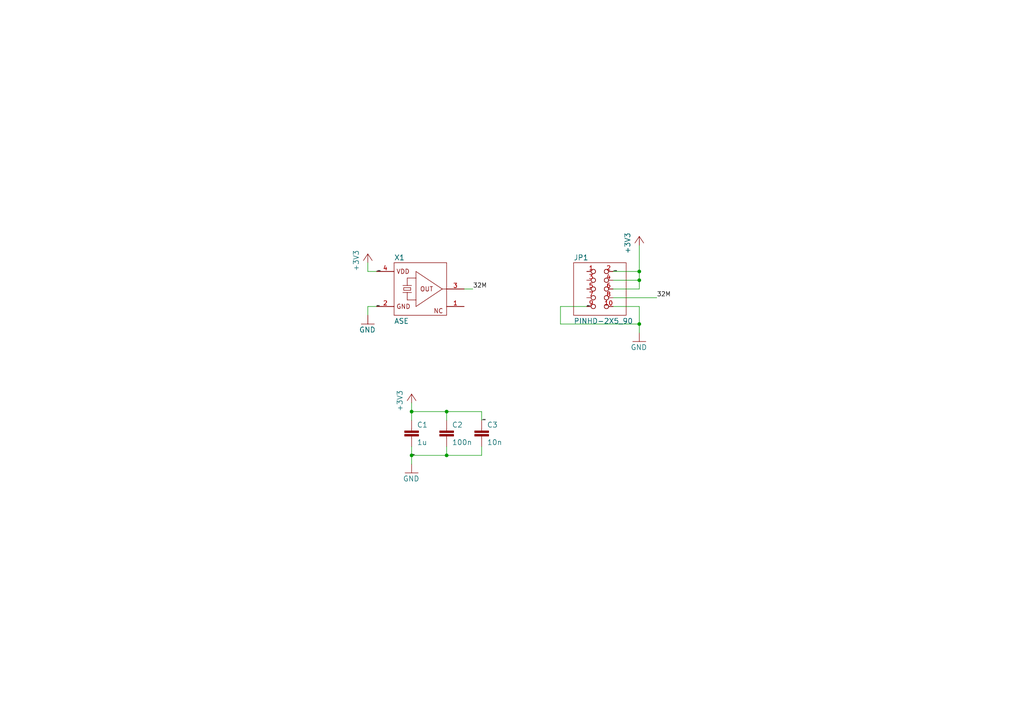
<source format=kicad_sch>
(kicad_sch (version 20230121) (generator eeschema)
  (paper "A4")
  (lib_symbols
    (symbol "ref_board-eagle-import:+3V3" (power) (pin_names (offset 1.016))
      (property "Value" "+3V3" (at -2.54 -5.08 90))
      (symbol "+3V3_1_0"
        (polyline (pts (xy 0 0) (xy -1.27 -1.905)))
        (polyline (pts (xy 1.27 -1.905) (xy 0 0)))
        (pin power_in line (at 0 -2.54 90) (length 2.54) (name "+3V3") (number "1"))
      )
    )
    (symbol "ref_board-eagle-import:ASE" (pin_names (offset 1.016))
      (property "Reference" "X" (at -7.62 8.255 0))
      (property "Value" "ASE" (at -7.62 -10.16 0))
      (symbol "ASE_1_0"
        (polyline (pts (xy -7.62 7.62) (xy -7.62 -7.62)))
        (polyline (pts (xy -7.62 7.62) (xy 7.62 7.62)))
        (polyline (pts (xy -5.08 -1.016) (xy -3.81 -1.016)))
        (polyline (pts (xy -5.08 1.016) (xy -2.54 1.016)))
        (polyline (pts (xy -4.826 -0.381) (xy -4.826 0.381)))
        (polyline (pts (xy -4.826 -0.381) (xy -2.794 -0.381)))
        (polyline (pts (xy -4.826 0.381) (xy -2.794 0.381)))
        (polyline (pts (xy -3.81 -3.175) (xy -3.81 -1.016)))
        (polyline (pts (xy -3.81 -3.175) (xy -1.27 -3.175)))
        (polyline (pts (xy -3.81 -1.016) (xy -2.54 -1.016)))
        (polyline (pts (xy -3.81 1.016) (xy -3.81 3.175)))
        (polyline (pts (xy -3.81 3.175) (xy -1.27 3.175)))
        (polyline (pts (xy -2.794 0.381) (xy -2.794 -0.381)))
        (polyline (pts (xy -1.27 -5.08) (xy -1.27 -3.175)))
        (polyline (pts (xy -1.27 -3.175) (xy -1.27 3.175)))
        (polyline (pts (xy -1.27 3.175) (xy -1.27 5.08)))
        (polyline (pts (xy -1.27 5.08) (xy 6.35 0)))
        (polyline (pts (xy 6.35 0) (xy -1.27 -5.08)))
        (polyline (pts (xy 6.35 0) (xy 7.62 0)))
        (polyline (pts (xy 7.62 -7.62) (xy -7.62 -7.62)))
        (polyline (pts (xy 7.62 -7.62) (xy 7.62 0)))
        (polyline (pts (xy 7.62 0) (xy 7.62 7.62)))
        (text "GND" (at -6.985 -5.842 0) (effects (font (size 1.2954 1.2954)) (justify left bottom)))
        (text "NC" (at 3.81 -7.112 0) (effects (font (size 1.2954 1.2954)) (justify left bottom)))
        (text "OUT" (at -0.127 -0.762 0) (effects (font (size 1.2954 1.2954)) (justify left bottom)))
        (text "VDD" (at -6.985 4.318 0) (effects (font (size 1.2954 1.2954)) (justify left bottom)))
        (pin input line (at 12.7 -5.08 180) (length 5.08) (name "NC") (number "1"))
        (pin power_in line (at -12.7 -5.08 0) (length 5.08) (name "GND") (number "2"))
        (pin output line (at 12.7 0 180) (length 5.08) (name "OUT") (number "3"))
        (pin power_in line (at -12.7 5.08 0) (length 5.08) (name "VDD") (number "4"))
      )
    )
    (symbol "ref_board-eagle-import:C-EUC0805" (pin_names (offset 1.016))
      (property "Reference" "C" (at 1.524 0.381 0))
      (property "Value" "C-EUC0805" (at 1.524 -4.699 0))
      (symbol "C-EUC0805_1_0"
        (rectangle (start -2.032 -2.032) (end 2.032 -1.524) (fill (type outline)))
        (rectangle (start -2.032 -1.016) (end 2.032 -0.508) (fill (type outline)))
        (polyline (pts (xy 0 -2.54) (xy 0 -2.032)))
        (polyline (pts (xy 0 0) (xy 0 -0.508)))
        (pin passive line (at 0 2.54 270) (length 2.54) (name "1") (number "1"))
        (pin passive line (at 0 -5.08 90) (length 2.54) (name "2") (number "2"))
      )
    )
    (symbol "ref_board-eagle-import:C-EUC1206" (pin_names (offset 1.016))
      (property "Reference" "C" (at 1.524 0.381 0))
      (property "Value" "C-EUC1206" (at 1.524 -4.699 0))
      (symbol "C-EUC1206_1_0"
        (rectangle (start -2.032 -2.032) (end 2.032 -1.524) (fill (type outline)))
        (rectangle (start -2.032 -1.016) (end 2.032 -0.508) (fill (type outline)))
        (polyline (pts (xy 0 -2.54) (xy 0 -2.032)))
        (polyline (pts (xy 0 0) (xy 0 -0.508)))
        (pin passive line (at 0 2.54 270) (length 2.54) (name "1") (number "1"))
        (pin passive line (at 0 -5.08 90) (length 2.54) (name "2") (number "2"))
      )
    )
    (symbol "ref_board-eagle-import:GND" (power) (pin_names (offset 1.016))
      (property "Value" "GND" (at -2.54 -2.54 0))
      (symbol "GND_1_0"
        (polyline (pts (xy -1.905 0) (xy 1.905 0)))
        (pin power_in line (at 0 2.54 270) (length 2.54) (name "GND") (number "1"))
      )
    )
    (symbol "ref_board-eagle-import:PINHD-2X5_90" (pin_names (offset 1.016))
      (property "Reference" "JP" (at -6.35 8.255 0))
      (property "Value" "PINHD-2X5_90" (at -6.35 -10.16 0))
      (symbol "PINHD-2X5_90_1_0"
        (polyline (pts (xy -6.35 -7.62) (xy 8.89 -7.62)))
        (polyline (pts (xy -6.35 7.62) (xy -6.35 -7.62)))
        (polyline (pts (xy 8.89 -7.62) (xy 8.89 7.62)))
        (polyline (pts (xy 8.89 7.62) (xy -6.35 7.62)))
        (pin passive inverted (at -2.54 5.08 0) (length 2.54) (name "1") (number "1"))
        (pin passive inverted (at 5.08 -5.08 180) (length 2.54) (name "10") (number "10"))
        (pin passive inverted (at 5.08 5.08 180) (length 2.54) (name "2") (number "2"))
        (pin passive inverted (at -2.54 2.54 0) (length 2.54) (name "3") (number "3"))
        (pin passive inverted (at 5.08 2.54 180) (length 2.54) (name "4") (number "4"))
        (pin passive inverted (at -2.54 0 0) (length 2.54) (name "5") (number "5"))
        (pin passive inverted (at 5.08 0 180) (length 2.54) (name "6") (number "6"))
        (pin passive inverted (at -2.54 -2.54 0) (length 2.54) (name "7") (number "7"))
        (pin passive inverted (at 5.08 -2.54 180) (length 2.54) (name "8") (number "8"))
        (pin passive inverted (at -2.54 -5.08 0) (length 2.54) (name "9") (number "9"))
      )
    )
  )
  (junction (at 185.42 93.98))
  (junction (at 185.42 78.74))
  (junction (at 119.38 132.08))
  (junction (at 185.42 81.28))
  (junction (at 119.38 119.38))
  (junction (at 129.54 132.08))
  (junction (at 129.54 119.38))
  (wire (pts (xy 185.42 81.28) (xy 185.42 78.74)))
  (wire (pts (xy 129.54 119.38) (xy 119.38 119.38)))
  (wire (pts (xy 170.18 88.9) (xy 162.56 88.9)))
  (wire (pts (xy 177.8 78.74) (xy 185.42 78.74)))
  (wire (pts (xy 106.68 78.74) (xy 106.68 76.2)))
  (wire (pts (xy 139.7 119.38) (xy 129.54 119.38)))
  (wire (pts (xy 139.7 121.92) (xy 139.7 119.38)))
  (wire (pts (xy 129.54 132.08) (xy 129.54 129.54)))
  (wire (pts (xy 185.42 88.9) (xy 177.8 88.9)))
  (wire (pts (xy 129.54 121.92) (xy 129.54 119.38)))
  (wire (pts (xy 185.42 83.82) (xy 185.42 81.28)))
  (wire (pts (xy 119.38 132.08) (xy 119.38 129.54)))
  (wire (pts (xy 177.8 81.28) (xy 185.42 81.28)))
  (wire (pts (xy 185.42 93.98) (xy 185.42 88.9)))
  (wire (pts (xy 162.56 88.9) (xy 162.56 93.98)))
  (wire (pts (xy 177.8 83.82) (xy 185.42 83.82)))
  (wire (pts (xy 106.68 88.9) (xy 106.68 91.44)))
  (wire (pts (xy 177.8 86.36) (xy 190.5 86.36)))
  (wire (pts (xy 185.42 78.74) (xy 185.42 71.12)))
  (wire (pts (xy 139.7 132.08) (xy 139.7 129.54)))
  (wire (pts (xy 109.22 88.9) (xy 106.68 88.9)))
  (wire (pts (xy 129.54 132.08) (xy 139.7 132.08)))
  (wire (pts (xy 119.38 132.08) (xy 119.38 134.62)))
  (wire (pts (xy 109.22 78.74) (xy 106.68 78.74)))
  (wire (pts (xy 119.38 119.38) (xy 119.38 116.84)))
  (wire (pts (xy 185.42 96.52) (xy 185.42 93.98)))
  (wire (pts (xy 137.16 83.82) (xy 134.62 83.82)))
  (wire (pts (xy 119.38 132.08) (xy 129.54 132.08)))
  (wire (pts (xy 119.38 121.92) (xy 119.38 119.38)))
  (wire (pts (xy 162.56 93.98) (xy 185.42 93.98)))
  (label "32M" (at 190.5 86.36 0))
  (label "GND" (at 109.22 88.9 0) (effects (font (size 0.254 0.254))))
  (label "+3V3" (at 177.8 78.74 0) (effects (font (size 0.254 0.254))))
  (label "+3V3" (at 139.7 121.92 0) (effects (font (size 0.254 0.254))))
  (label "GND" (at 119.38 132.08 0) (effects (font (size 0.254 0.254))))
  (label "32M" (at 137.16 83.82 0))
  (label "+3V3" (at 109.22 78.74 0) (effects (font (size 0.254 0.254))))
  (label "GND" (at 170.18 88.9 0) (effects (font (size 0.254 0.254))))
  (symbol (lib_id "ref_board-eagle-import:PINHD-2X5_90") (at 172.72 83.82 0) (unit 1)
    (property "Reference" "JP1" (at 166.37 75.565 0) (effects (font (size 1.4986 1.4986)) (justify left bottom)))
    (property "Value" "PINHD-2X5_90" (at 166.37 93.98 0) (effects (font (size 1.4986 1.4986)) (justify left bottom)))
    (property "Footprint" "ref_board:2X05_90" (effects hide))
  )
  (symbol (lib_id "ref_board-eagle-import:GND") (at 119.38 137.16 0) (unit 1)
    (property "Reference" "#GND03" (effects hide))
    (property "Value" "GND" (at 116.84 139.7 0) (effects (font (size 1.4986 1.4986)) (justify left bottom)))
  )
  (symbol (lib_id "ref_board-eagle-import:GND") (at 185.42 99.06 0) (unit 1)
    (property "Reference" "#GND02" (effects hide))
    (property "Value" "GND" (at 182.88 101.6 0) (effects (font (size 1.4986 1.4986)) (justify left bottom)))
  )
  (symbol (lib_id "ref_board-eagle-import:+3V3") (at 106.68 73.66 0) (unit 1)
    (property "Reference" "#+3V01" (effects hide))
    (property "Value" "+3V3" (at 104.14 78.74 90) (effects (font (size 1.4986 1.4986)) (justify left bottom)))
  )
  (symbol (lib_id "ref_board-eagle-import:+3V3") (at 119.38 114.3 0) (unit 1)
    (property "Reference" "#+3V02" (effects hide))
    (property "Value" "+3V3" (at 116.84 119.38 90) (effects (font (size 1.4986 1.4986)) (justify left bottom)))
  )
  (symbol (lib_id "ref_board-eagle-import:ASE") (at 121.92 83.82 0) (unit 1)
    (property "Reference" "X1" (at 114.3 75.565 0) (effects (font (size 1.4986 1.4986)) (justify left bottom)))
    (property "Value" "ASE" (at 114.3 93.98 0) (effects (font (size 1.4986 1.4986)) (justify left bottom)))
    (property "Footprint" "ref_board:ASE" (effects hide))
  )
  (symbol (lib_id "ref_board-eagle-import:GND") (at 106.68 93.98 0) (unit 1)
    (property "Reference" "#GND01" (effects hide))
    (property "Value" "GND" (at 104.14 96.52 0) (effects (font (size 1.4986 1.4986)) (justify left bottom)))
  )
  (symbol (lib_id "ref_board-eagle-import:C-EUC1206") (at 119.38 124.46 0) (unit 1)
    (property "Reference" "C1" (at 120.904 124.079 0) (effects (font (size 1.4986 1.4986)) (justify left bottom)))
    (property "Value" "1u" (at 120.904 129.159 0) (effects (font (size 1.4986 1.4986)) (justify left bottom)))
    (property "Footprint" "ref_board:C1206" (effects hide))
  )
  (symbol (lib_id "ref_board-eagle-import:C-EUC0805") (at 129.54 124.46 0) (unit 1)
    (property "Reference" "C2" (at 131.064 124.079 0) (effects (font (size 1.4986 1.4986)) (justify left bottom)))
    (property "Value" "100n" (at 131.064 129.159 0) (effects (font (size 1.4986 1.4986)) (justify left bottom)))
    (property "Footprint" "ref_board:C0805" (effects hide))
  )
  (symbol (lib_id "ref_board-eagle-import:+3V3") (at 185.42 68.58 0) (unit 1)
    (property "Reference" "#+3V03" (effects hide))
    (property "Value" "+3V3" (at 182.88 73.66 90) (effects (font (size 1.4986 1.4986)) (justify left bottom)))
  )
  (symbol (lib_id "ref_board-eagle-import:C-EUC0805") (at 139.7 124.46 0) (unit 1)
    (property "Reference" "C3" (at 141.224 124.079 0) (effects (font (size 1.4986 1.4986)) (justify left bottom)))
    (property "Value" "10n" (at 141.224 129.159 0) (effects (font (size 1.4986 1.4986)) (justify left bottom)))
    (property "Footprint" "ref_board:C0805" (effects hide))
  )
)
</source>
